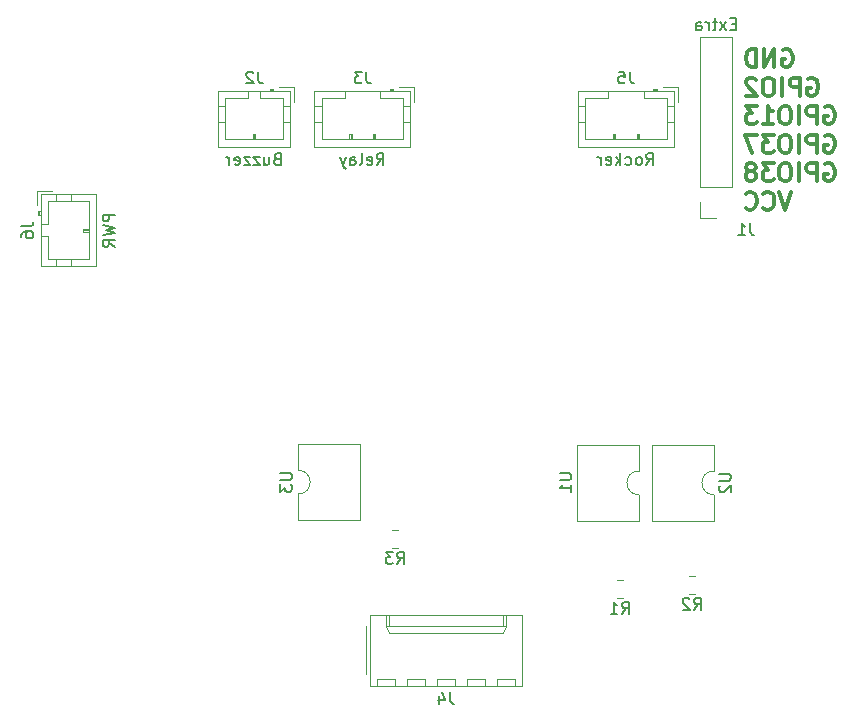
<source format=gbr>
%TF.GenerationSoftware,KiCad,Pcbnew,6.0.0-d3dd2cf0fa~116~ubuntu21.04.1*%
%TF.CreationDate,2022-01-04T14:06:44-05:00*%
%TF.ProjectId,control_pcb,636f6e74-726f-46c5-9f70-63622e6b6963,rev?*%
%TF.SameCoordinates,Original*%
%TF.FileFunction,Legend,Bot*%
%TF.FilePolarity,Positive*%
%FSLAX46Y46*%
G04 Gerber Fmt 4.6, Leading zero omitted, Abs format (unit mm)*
G04 Created by KiCad (PCBNEW 6.0.0-d3dd2cf0fa~116~ubuntu21.04.1) date 2022-01-04 14:06:44*
%MOMM*%
%LPD*%
G01*
G04 APERTURE LIST*
%ADD10C,0.300000*%
%ADD11C,0.150000*%
%ADD12C,0.120000*%
G04 APERTURE END LIST*
D10*
X167961571Y-85088500D02*
X168104428Y-85017071D01*
X168318714Y-85017071D01*
X168533000Y-85088500D01*
X168675857Y-85231357D01*
X168747285Y-85374214D01*
X168818714Y-85659928D01*
X168818714Y-85874214D01*
X168747285Y-86159928D01*
X168675857Y-86302785D01*
X168533000Y-86445642D01*
X168318714Y-86517071D01*
X168175857Y-86517071D01*
X167961571Y-86445642D01*
X167890142Y-86374214D01*
X167890142Y-85874214D01*
X168175857Y-85874214D01*
X167247285Y-86517071D02*
X167247285Y-85017071D01*
X166390142Y-86517071D01*
X166390142Y-85017071D01*
X165675857Y-86517071D02*
X165675857Y-85017071D01*
X165318714Y-85017071D01*
X165104428Y-85088500D01*
X164961571Y-85231357D01*
X164890142Y-85374214D01*
X164818714Y-85659928D01*
X164818714Y-85874214D01*
X164890142Y-86159928D01*
X164961571Y-86302785D01*
X165104428Y-86445642D01*
X165318714Y-86517071D01*
X165675857Y-86517071D01*
X170104428Y-87503500D02*
X170247285Y-87432071D01*
X170461571Y-87432071D01*
X170675857Y-87503500D01*
X170818714Y-87646357D01*
X170890142Y-87789214D01*
X170961571Y-88074928D01*
X170961571Y-88289214D01*
X170890142Y-88574928D01*
X170818714Y-88717785D01*
X170675857Y-88860642D01*
X170461571Y-88932071D01*
X170318714Y-88932071D01*
X170104428Y-88860642D01*
X170033000Y-88789214D01*
X170033000Y-88289214D01*
X170318714Y-88289214D01*
X169390142Y-88932071D02*
X169390142Y-87432071D01*
X168818714Y-87432071D01*
X168675857Y-87503500D01*
X168604428Y-87574928D01*
X168533000Y-87717785D01*
X168533000Y-87932071D01*
X168604428Y-88074928D01*
X168675857Y-88146357D01*
X168818714Y-88217785D01*
X169390142Y-88217785D01*
X167890142Y-88932071D02*
X167890142Y-87432071D01*
X166890142Y-87432071D02*
X166604428Y-87432071D01*
X166461571Y-87503500D01*
X166318714Y-87646357D01*
X166247285Y-87932071D01*
X166247285Y-88432071D01*
X166318714Y-88717785D01*
X166461571Y-88860642D01*
X166604428Y-88932071D01*
X166890142Y-88932071D01*
X167033000Y-88860642D01*
X167175857Y-88717785D01*
X167247285Y-88432071D01*
X167247285Y-87932071D01*
X167175857Y-87646357D01*
X167033000Y-87503500D01*
X166890142Y-87432071D01*
X165675857Y-87574928D02*
X165604428Y-87503500D01*
X165461571Y-87432071D01*
X165104428Y-87432071D01*
X164961571Y-87503500D01*
X164890142Y-87574928D01*
X164818714Y-87717785D01*
X164818714Y-87860642D01*
X164890142Y-88074928D01*
X165747285Y-88932071D01*
X164818714Y-88932071D01*
X171533000Y-89918500D02*
X171675857Y-89847071D01*
X171890142Y-89847071D01*
X172104428Y-89918500D01*
X172247285Y-90061357D01*
X172318714Y-90204214D01*
X172390142Y-90489928D01*
X172390142Y-90704214D01*
X172318714Y-90989928D01*
X172247285Y-91132785D01*
X172104428Y-91275642D01*
X171890142Y-91347071D01*
X171747285Y-91347071D01*
X171533000Y-91275642D01*
X171461571Y-91204214D01*
X171461571Y-90704214D01*
X171747285Y-90704214D01*
X170818714Y-91347071D02*
X170818714Y-89847071D01*
X170247285Y-89847071D01*
X170104428Y-89918500D01*
X170033000Y-89989928D01*
X169961571Y-90132785D01*
X169961571Y-90347071D01*
X170033000Y-90489928D01*
X170104428Y-90561357D01*
X170247285Y-90632785D01*
X170818714Y-90632785D01*
X169318714Y-91347071D02*
X169318714Y-89847071D01*
X168318714Y-89847071D02*
X168033000Y-89847071D01*
X167890142Y-89918500D01*
X167747285Y-90061357D01*
X167675857Y-90347071D01*
X167675857Y-90847071D01*
X167747285Y-91132785D01*
X167890142Y-91275642D01*
X168033000Y-91347071D01*
X168318714Y-91347071D01*
X168461571Y-91275642D01*
X168604428Y-91132785D01*
X168675857Y-90847071D01*
X168675857Y-90347071D01*
X168604428Y-90061357D01*
X168461571Y-89918500D01*
X168318714Y-89847071D01*
X166247285Y-91347071D02*
X167104428Y-91347071D01*
X166675857Y-91347071D02*
X166675857Y-89847071D01*
X166818714Y-90061357D01*
X166961571Y-90204214D01*
X167104428Y-90275642D01*
X165747285Y-89847071D02*
X164818714Y-89847071D01*
X165318714Y-90418500D01*
X165104428Y-90418500D01*
X164961571Y-90489928D01*
X164890142Y-90561357D01*
X164818714Y-90704214D01*
X164818714Y-91061357D01*
X164890142Y-91204214D01*
X164961571Y-91275642D01*
X165104428Y-91347071D01*
X165533000Y-91347071D01*
X165675857Y-91275642D01*
X165747285Y-91204214D01*
X171533000Y-92333500D02*
X171675857Y-92262071D01*
X171890142Y-92262071D01*
X172104428Y-92333500D01*
X172247285Y-92476357D01*
X172318714Y-92619214D01*
X172390142Y-92904928D01*
X172390142Y-93119214D01*
X172318714Y-93404928D01*
X172247285Y-93547785D01*
X172104428Y-93690642D01*
X171890142Y-93762071D01*
X171747285Y-93762071D01*
X171533000Y-93690642D01*
X171461571Y-93619214D01*
X171461571Y-93119214D01*
X171747285Y-93119214D01*
X170818714Y-93762071D02*
X170818714Y-92262071D01*
X170247285Y-92262071D01*
X170104428Y-92333500D01*
X170033000Y-92404928D01*
X169961571Y-92547785D01*
X169961571Y-92762071D01*
X170033000Y-92904928D01*
X170104428Y-92976357D01*
X170247285Y-93047785D01*
X170818714Y-93047785D01*
X169318714Y-93762071D02*
X169318714Y-92262071D01*
X168318714Y-92262071D02*
X168033000Y-92262071D01*
X167890142Y-92333500D01*
X167747285Y-92476357D01*
X167675857Y-92762071D01*
X167675857Y-93262071D01*
X167747285Y-93547785D01*
X167890142Y-93690642D01*
X168033000Y-93762071D01*
X168318714Y-93762071D01*
X168461571Y-93690642D01*
X168604428Y-93547785D01*
X168675857Y-93262071D01*
X168675857Y-92762071D01*
X168604428Y-92476357D01*
X168461571Y-92333500D01*
X168318714Y-92262071D01*
X167175857Y-92262071D02*
X166247285Y-92262071D01*
X166747285Y-92833500D01*
X166533000Y-92833500D01*
X166390142Y-92904928D01*
X166318714Y-92976357D01*
X166247285Y-93119214D01*
X166247285Y-93476357D01*
X166318714Y-93619214D01*
X166390142Y-93690642D01*
X166533000Y-93762071D01*
X166961571Y-93762071D01*
X167104428Y-93690642D01*
X167175857Y-93619214D01*
X165747285Y-92262071D02*
X164747285Y-92262071D01*
X165390142Y-93762071D01*
X171533000Y-94748500D02*
X171675857Y-94677071D01*
X171890142Y-94677071D01*
X172104428Y-94748500D01*
X172247285Y-94891357D01*
X172318714Y-95034214D01*
X172390142Y-95319928D01*
X172390142Y-95534214D01*
X172318714Y-95819928D01*
X172247285Y-95962785D01*
X172104428Y-96105642D01*
X171890142Y-96177071D01*
X171747285Y-96177071D01*
X171533000Y-96105642D01*
X171461571Y-96034214D01*
X171461571Y-95534214D01*
X171747285Y-95534214D01*
X170818714Y-96177071D02*
X170818714Y-94677071D01*
X170247285Y-94677071D01*
X170104428Y-94748500D01*
X170033000Y-94819928D01*
X169961571Y-94962785D01*
X169961571Y-95177071D01*
X170033000Y-95319928D01*
X170104428Y-95391357D01*
X170247285Y-95462785D01*
X170818714Y-95462785D01*
X169318714Y-96177071D02*
X169318714Y-94677071D01*
X168318714Y-94677071D02*
X168033000Y-94677071D01*
X167890142Y-94748500D01*
X167747285Y-94891357D01*
X167675857Y-95177071D01*
X167675857Y-95677071D01*
X167747285Y-95962785D01*
X167890142Y-96105642D01*
X168033000Y-96177071D01*
X168318714Y-96177071D01*
X168461571Y-96105642D01*
X168604428Y-95962785D01*
X168675857Y-95677071D01*
X168675857Y-95177071D01*
X168604428Y-94891357D01*
X168461571Y-94748500D01*
X168318714Y-94677071D01*
X167175857Y-94677071D02*
X166247285Y-94677071D01*
X166747285Y-95248500D01*
X166533000Y-95248500D01*
X166390142Y-95319928D01*
X166318714Y-95391357D01*
X166247285Y-95534214D01*
X166247285Y-95891357D01*
X166318714Y-96034214D01*
X166390142Y-96105642D01*
X166533000Y-96177071D01*
X166961571Y-96177071D01*
X167104428Y-96105642D01*
X167175857Y-96034214D01*
X165390142Y-95319928D02*
X165533000Y-95248500D01*
X165604428Y-95177071D01*
X165675857Y-95034214D01*
X165675857Y-94962785D01*
X165604428Y-94819928D01*
X165533000Y-94748500D01*
X165390142Y-94677071D01*
X165104428Y-94677071D01*
X164961571Y-94748500D01*
X164890142Y-94819928D01*
X164818714Y-94962785D01*
X164818714Y-95034214D01*
X164890142Y-95177071D01*
X164961571Y-95248500D01*
X165104428Y-95319928D01*
X165390142Y-95319928D01*
X165533000Y-95391357D01*
X165604428Y-95462785D01*
X165675857Y-95605642D01*
X165675857Y-95891357D01*
X165604428Y-96034214D01*
X165533000Y-96105642D01*
X165390142Y-96177071D01*
X165104428Y-96177071D01*
X164961571Y-96105642D01*
X164890142Y-96034214D01*
X164818714Y-95891357D01*
X164818714Y-95605642D01*
X164890142Y-95462785D01*
X164961571Y-95391357D01*
X165104428Y-95319928D01*
X168675857Y-97092071D02*
X168175857Y-98592071D01*
X167675857Y-97092071D01*
X166318714Y-98449214D02*
X166390142Y-98520642D01*
X166604428Y-98592071D01*
X166747285Y-98592071D01*
X166961571Y-98520642D01*
X167104428Y-98377785D01*
X167175857Y-98234928D01*
X167247285Y-97949214D01*
X167247285Y-97734928D01*
X167175857Y-97449214D01*
X167104428Y-97306357D01*
X166961571Y-97163500D01*
X166747285Y-97092071D01*
X166604428Y-97092071D01*
X166390142Y-97163500D01*
X166318714Y-97234928D01*
X164818714Y-98449214D02*
X164890142Y-98520642D01*
X165104428Y-98592071D01*
X165247285Y-98592071D01*
X165461571Y-98520642D01*
X165604428Y-98377785D01*
X165675857Y-98234928D01*
X165747285Y-97949214D01*
X165747285Y-97734928D01*
X165675857Y-97449214D01*
X165604428Y-97306357D01*
X165461571Y-97163500D01*
X165247285Y-97092071D01*
X165104428Y-97092071D01*
X164890142Y-97163500D01*
X164818714Y-97234928D01*
D11*
%TO.C,U3*%
X125392380Y-120904095D02*
X126201904Y-120904095D01*
X126297142Y-120951714D01*
X126344761Y-120999333D01*
X126392380Y-121094571D01*
X126392380Y-121285047D01*
X126344761Y-121380285D01*
X126297142Y-121427904D01*
X126201904Y-121475523D01*
X125392380Y-121475523D01*
X125392380Y-121856476D02*
X125392380Y-122475523D01*
X125773333Y-122142190D01*
X125773333Y-122285047D01*
X125820952Y-122380285D01*
X125868571Y-122427904D01*
X125963809Y-122475523D01*
X126201904Y-122475523D01*
X126297142Y-122427904D01*
X126344761Y-122380285D01*
X126392380Y-122285047D01*
X126392380Y-121999333D01*
X126344761Y-121904095D01*
X126297142Y-121856476D01*
%TO.C,U2*%
X162564380Y-120965095D02*
X163373904Y-120965095D01*
X163469142Y-121012714D01*
X163516761Y-121060333D01*
X163564380Y-121155571D01*
X163564380Y-121346047D01*
X163516761Y-121441285D01*
X163469142Y-121488904D01*
X163373904Y-121536523D01*
X162564380Y-121536523D01*
X162659619Y-121965095D02*
X162612000Y-122012714D01*
X162564380Y-122107952D01*
X162564380Y-122346047D01*
X162612000Y-122441285D01*
X162659619Y-122488904D01*
X162754857Y-122536523D01*
X162850095Y-122536523D01*
X162992952Y-122488904D01*
X163564380Y-121917476D01*
X163564380Y-122536523D01*
%TO.C,U1*%
X149058380Y-120904095D02*
X149867904Y-120904095D01*
X149963142Y-120951714D01*
X150010761Y-120999333D01*
X150058380Y-121094571D01*
X150058380Y-121285047D01*
X150010761Y-121380285D01*
X149963142Y-121427904D01*
X149867904Y-121475523D01*
X149058380Y-121475523D01*
X150058380Y-122475523D02*
X150058380Y-121904095D01*
X150058380Y-122189809D02*
X149058380Y-122189809D01*
X149201238Y-122094571D01*
X149296476Y-121999333D01*
X149344095Y-121904095D01*
%TO.C,R3*%
X135294666Y-128594380D02*
X135628000Y-128118190D01*
X135866095Y-128594380D02*
X135866095Y-127594380D01*
X135485142Y-127594380D01*
X135389904Y-127642000D01*
X135342285Y-127689619D01*
X135294666Y-127784857D01*
X135294666Y-127927714D01*
X135342285Y-128022952D01*
X135389904Y-128070571D01*
X135485142Y-128118190D01*
X135866095Y-128118190D01*
X134961333Y-127594380D02*
X134342285Y-127594380D01*
X134675619Y-127975333D01*
X134532761Y-127975333D01*
X134437523Y-128022952D01*
X134389904Y-128070571D01*
X134342285Y-128165809D01*
X134342285Y-128403904D01*
X134389904Y-128499142D01*
X134437523Y-128546761D01*
X134532761Y-128594380D01*
X134818476Y-128594380D01*
X134913714Y-128546761D01*
X134961333Y-128499142D01*
%TO.C,R2*%
X160440666Y-132465380D02*
X160774000Y-131989190D01*
X161012095Y-132465380D02*
X161012095Y-131465380D01*
X160631142Y-131465380D01*
X160535904Y-131513000D01*
X160488285Y-131560619D01*
X160440666Y-131655857D01*
X160440666Y-131798714D01*
X160488285Y-131893952D01*
X160535904Y-131941571D01*
X160631142Y-131989190D01*
X161012095Y-131989190D01*
X160059714Y-131560619D02*
X160012095Y-131513000D01*
X159916857Y-131465380D01*
X159678761Y-131465380D01*
X159583523Y-131513000D01*
X159535904Y-131560619D01*
X159488285Y-131655857D01*
X159488285Y-131751095D01*
X159535904Y-131893952D01*
X160107333Y-132465380D01*
X159488285Y-132465380D01*
%TO.C,R1*%
X154344666Y-132822880D02*
X154678000Y-132346690D01*
X154916095Y-132822880D02*
X154916095Y-131822880D01*
X154535142Y-131822880D01*
X154439904Y-131870500D01*
X154392285Y-131918119D01*
X154344666Y-132013357D01*
X154344666Y-132156214D01*
X154392285Y-132251452D01*
X154439904Y-132299071D01*
X154535142Y-132346690D01*
X154916095Y-132346690D01*
X153392285Y-132822880D02*
X153963714Y-132822880D01*
X153678000Y-132822880D02*
X153678000Y-131822880D01*
X153773238Y-131965738D01*
X153868476Y-132060976D01*
X153963714Y-132108595D01*
%TO.C,J4*%
X139779333Y-139442380D02*
X139779333Y-140156666D01*
X139826952Y-140299523D01*
X139922190Y-140394761D01*
X140065047Y-140442380D01*
X140160285Y-140442380D01*
X138874571Y-139775714D02*
X138874571Y-140442380D01*
X139112666Y-139394761D02*
X139350761Y-140109047D01*
X138731714Y-140109047D01*
%TO.C,J3*%
X132699333Y-86904380D02*
X132699333Y-87618666D01*
X132746952Y-87761523D01*
X132842190Y-87856761D01*
X132985047Y-87904380D01*
X133080285Y-87904380D01*
X132318380Y-86904380D02*
X131699333Y-86904380D01*
X132032666Y-87285333D01*
X131889809Y-87285333D01*
X131794571Y-87332952D01*
X131746952Y-87380571D01*
X131699333Y-87475809D01*
X131699333Y-87713904D01*
X131746952Y-87809142D01*
X131794571Y-87856761D01*
X131889809Y-87904380D01*
X132175523Y-87904380D01*
X132270761Y-87856761D01*
X132318380Y-87809142D01*
X133580285Y-94804380D02*
X133913619Y-94328190D01*
X134151714Y-94804380D02*
X134151714Y-93804380D01*
X133770761Y-93804380D01*
X133675523Y-93852000D01*
X133627904Y-93899619D01*
X133580285Y-93994857D01*
X133580285Y-94137714D01*
X133627904Y-94232952D01*
X133675523Y-94280571D01*
X133770761Y-94328190D01*
X134151714Y-94328190D01*
X132770761Y-94756761D02*
X132866000Y-94804380D01*
X133056476Y-94804380D01*
X133151714Y-94756761D01*
X133199333Y-94661523D01*
X133199333Y-94280571D01*
X133151714Y-94185333D01*
X133056476Y-94137714D01*
X132866000Y-94137714D01*
X132770761Y-94185333D01*
X132723142Y-94280571D01*
X132723142Y-94375809D01*
X133199333Y-94471047D01*
X132151714Y-94804380D02*
X132246952Y-94756761D01*
X132294571Y-94661523D01*
X132294571Y-93804380D01*
X131342190Y-94804380D02*
X131342190Y-94280571D01*
X131389809Y-94185333D01*
X131485047Y-94137714D01*
X131675523Y-94137714D01*
X131770761Y-94185333D01*
X131342190Y-94756761D02*
X131437428Y-94804380D01*
X131675523Y-94804380D01*
X131770761Y-94756761D01*
X131818380Y-94661523D01*
X131818380Y-94566285D01*
X131770761Y-94471047D01*
X131675523Y-94423428D01*
X131437428Y-94423428D01*
X131342190Y-94375809D01*
X130961238Y-94137714D02*
X130723142Y-94804380D01*
X130485047Y-94137714D02*
X130723142Y-94804380D01*
X130818380Y-95042476D01*
X130866000Y-95090095D01*
X130961238Y-95137714D01*
%TO.C,J5*%
X155019333Y-86904380D02*
X155019333Y-87618666D01*
X155066952Y-87761523D01*
X155162190Y-87856761D01*
X155305047Y-87904380D01*
X155400285Y-87904380D01*
X154066952Y-86904380D02*
X154543142Y-86904380D01*
X154590761Y-87380571D01*
X154543142Y-87332952D01*
X154447904Y-87285333D01*
X154209809Y-87285333D01*
X154114571Y-87332952D01*
X154066952Y-87380571D01*
X154019333Y-87475809D01*
X154019333Y-87713904D01*
X154066952Y-87809142D01*
X154114571Y-87856761D01*
X154209809Y-87904380D01*
X154447904Y-87904380D01*
X154543142Y-87856761D01*
X154590761Y-87809142D01*
X156400285Y-94804380D02*
X156733619Y-94328190D01*
X156971714Y-94804380D02*
X156971714Y-93804380D01*
X156590761Y-93804380D01*
X156495523Y-93852000D01*
X156447904Y-93899619D01*
X156400285Y-93994857D01*
X156400285Y-94137714D01*
X156447904Y-94232952D01*
X156495523Y-94280571D01*
X156590761Y-94328190D01*
X156971714Y-94328190D01*
X155828857Y-94804380D02*
X155924095Y-94756761D01*
X155971714Y-94709142D01*
X156019333Y-94613904D01*
X156019333Y-94328190D01*
X155971714Y-94232952D01*
X155924095Y-94185333D01*
X155828857Y-94137714D01*
X155686000Y-94137714D01*
X155590761Y-94185333D01*
X155543142Y-94232952D01*
X155495523Y-94328190D01*
X155495523Y-94613904D01*
X155543142Y-94709142D01*
X155590761Y-94756761D01*
X155686000Y-94804380D01*
X155828857Y-94804380D01*
X154638380Y-94756761D02*
X154733619Y-94804380D01*
X154924095Y-94804380D01*
X155019333Y-94756761D01*
X155066952Y-94709142D01*
X155114571Y-94613904D01*
X155114571Y-94328190D01*
X155066952Y-94232952D01*
X155019333Y-94185333D01*
X154924095Y-94137714D01*
X154733619Y-94137714D01*
X154638380Y-94185333D01*
X154209809Y-94804380D02*
X154209809Y-93804380D01*
X154114571Y-94423428D02*
X153828857Y-94804380D01*
X153828857Y-94137714D02*
X154209809Y-94518666D01*
X153019333Y-94756761D02*
X153114571Y-94804380D01*
X153305047Y-94804380D01*
X153400285Y-94756761D01*
X153447904Y-94661523D01*
X153447904Y-94280571D01*
X153400285Y-94185333D01*
X153305047Y-94137714D01*
X153114571Y-94137714D01*
X153019333Y-94185333D01*
X152971714Y-94280571D01*
X152971714Y-94375809D01*
X153447904Y-94471047D01*
X152543142Y-94804380D02*
X152543142Y-94137714D01*
X152543142Y-94328190D02*
X152495523Y-94232952D01*
X152447904Y-94185333D01*
X152352666Y-94137714D01*
X152257428Y-94137714D01*
%TO.C,J6*%
X103486380Y-100012666D02*
X104200666Y-100012666D01*
X104343523Y-99965047D01*
X104438761Y-99869809D01*
X104486380Y-99726952D01*
X104486380Y-99631714D01*
X103486380Y-100917428D02*
X103486380Y-100726952D01*
X103534000Y-100631714D01*
X103581619Y-100584095D01*
X103724476Y-100488857D01*
X103914952Y-100441238D01*
X104295904Y-100441238D01*
X104391142Y-100488857D01*
X104438761Y-100536476D01*
X104486380Y-100631714D01*
X104486380Y-100822190D01*
X104438761Y-100917428D01*
X104391142Y-100965047D01*
X104295904Y-101012666D01*
X104057809Y-101012666D01*
X103962571Y-100965047D01*
X103914952Y-100917428D01*
X103867333Y-100822190D01*
X103867333Y-100631714D01*
X103914952Y-100536476D01*
X103962571Y-100488857D01*
X104057809Y-100441238D01*
X111386380Y-99012666D02*
X110386380Y-99012666D01*
X110386380Y-99393619D01*
X110434000Y-99488857D01*
X110481619Y-99536476D01*
X110576857Y-99584095D01*
X110719714Y-99584095D01*
X110814952Y-99536476D01*
X110862571Y-99488857D01*
X110910190Y-99393619D01*
X110910190Y-99012666D01*
X110386380Y-99917428D02*
X111386380Y-100155523D01*
X110672095Y-100346000D01*
X111386380Y-100536476D01*
X110386380Y-100774571D01*
X111386380Y-101726952D02*
X110910190Y-101393619D01*
X111386380Y-101155523D02*
X110386380Y-101155523D01*
X110386380Y-101536476D01*
X110434000Y-101631714D01*
X110481619Y-101679333D01*
X110576857Y-101726952D01*
X110719714Y-101726952D01*
X110814952Y-101679333D01*
X110862571Y-101631714D01*
X110910190Y-101536476D01*
X110910190Y-101155523D01*
%TO.C,J2*%
X123539333Y-86904380D02*
X123539333Y-87618666D01*
X123586952Y-87761523D01*
X123682190Y-87856761D01*
X123825047Y-87904380D01*
X123920285Y-87904380D01*
X123110761Y-86999619D02*
X123063142Y-86952000D01*
X122967904Y-86904380D01*
X122729809Y-86904380D01*
X122634571Y-86952000D01*
X122586952Y-86999619D01*
X122539333Y-87094857D01*
X122539333Y-87190095D01*
X122586952Y-87332952D01*
X123158380Y-87904380D01*
X122539333Y-87904380D01*
X125134571Y-94280571D02*
X124991714Y-94328190D01*
X124944095Y-94375809D01*
X124896476Y-94471047D01*
X124896476Y-94613904D01*
X124944095Y-94709142D01*
X124991714Y-94756761D01*
X125086952Y-94804380D01*
X125467904Y-94804380D01*
X125467904Y-93804380D01*
X125134571Y-93804380D01*
X125039333Y-93852000D01*
X124991714Y-93899619D01*
X124944095Y-93994857D01*
X124944095Y-94090095D01*
X124991714Y-94185333D01*
X125039333Y-94232952D01*
X125134571Y-94280571D01*
X125467904Y-94280571D01*
X124039333Y-94137714D02*
X124039333Y-94804380D01*
X124467904Y-94137714D02*
X124467904Y-94661523D01*
X124420285Y-94756761D01*
X124325047Y-94804380D01*
X124182190Y-94804380D01*
X124086952Y-94756761D01*
X124039333Y-94709142D01*
X123658380Y-94137714D02*
X123134571Y-94137714D01*
X123658380Y-94804380D01*
X123134571Y-94804380D01*
X122848857Y-94137714D02*
X122325047Y-94137714D01*
X122848857Y-94804380D01*
X122325047Y-94804380D01*
X121563142Y-94756761D02*
X121658380Y-94804380D01*
X121848857Y-94804380D01*
X121944095Y-94756761D01*
X121991714Y-94661523D01*
X121991714Y-94280571D01*
X121944095Y-94185333D01*
X121848857Y-94137714D01*
X121658380Y-94137714D01*
X121563142Y-94185333D01*
X121515523Y-94280571D01*
X121515523Y-94375809D01*
X121991714Y-94471047D01*
X121086952Y-94804380D02*
X121086952Y-94137714D01*
X121086952Y-94328190D02*
X121039333Y-94232952D01*
X120991714Y-94185333D01*
X120896476Y-94137714D01*
X120801238Y-94137714D01*
%TO.C,J1*%
X165179333Y-99754380D02*
X165179333Y-100468666D01*
X165226952Y-100611523D01*
X165322190Y-100706761D01*
X165465047Y-100754380D01*
X165560285Y-100754380D01*
X164179333Y-100754380D02*
X164750761Y-100754380D01*
X164465047Y-100754380D02*
X164465047Y-99754380D01*
X164560285Y-99897238D01*
X164655523Y-99992476D01*
X164750761Y-100040095D01*
X163972666Y-82870571D02*
X163639333Y-82870571D01*
X163496476Y-83394380D02*
X163972666Y-83394380D01*
X163972666Y-82394380D01*
X163496476Y-82394380D01*
X163163142Y-83394380D02*
X162639333Y-82727714D01*
X163163142Y-82727714D02*
X162639333Y-83394380D01*
X162401238Y-82727714D02*
X162020285Y-82727714D01*
X162258380Y-82394380D02*
X162258380Y-83251523D01*
X162210761Y-83346761D01*
X162115523Y-83394380D01*
X162020285Y-83394380D01*
X161686952Y-83394380D02*
X161686952Y-82727714D01*
X161686952Y-82918190D02*
X161639333Y-82822952D01*
X161591714Y-82775333D01*
X161496476Y-82727714D01*
X161401238Y-82727714D01*
X160639333Y-83394380D02*
X160639333Y-82870571D01*
X160686952Y-82775333D01*
X160782190Y-82727714D01*
X160972666Y-82727714D01*
X161067904Y-82775333D01*
X160639333Y-83346761D02*
X160734571Y-83394380D01*
X160972666Y-83394380D01*
X161067904Y-83346761D01*
X161115523Y-83251523D01*
X161115523Y-83156285D01*
X161067904Y-83061047D01*
X160972666Y-83013428D01*
X160734571Y-83013428D01*
X160639333Y-82965809D01*
D12*
%TO.C,U3*%
X126940000Y-122666000D02*
G75*
G03*
X126940000Y-120666000I0J1000000D01*
G01*
X126940000Y-120666000D02*
X126940000Y-118431000D01*
X126940000Y-118431000D02*
X132140000Y-118431000D01*
X132140000Y-118431000D02*
X132140000Y-124901000D01*
X132140000Y-124901000D02*
X126940000Y-124901000D01*
X126940000Y-124901000D02*
X126940000Y-122666000D01*
%TO.C,U2*%
X162112000Y-120727000D02*
G75*
G03*
X162112000Y-122727000I0J-1000000D01*
G01*
X162112000Y-122727000D02*
X162112000Y-124962000D01*
X162112000Y-124962000D02*
X156912000Y-124962000D01*
X156912000Y-124962000D02*
X156912000Y-118492000D01*
X156912000Y-118492000D02*
X162112000Y-118492000D01*
X162112000Y-118492000D02*
X162112000Y-120727000D01*
%TO.C,U1*%
X155762000Y-120727000D02*
G75*
G03*
X155762000Y-122727000I0J-1000000D01*
G01*
X155762000Y-122727000D02*
X155762000Y-124962000D01*
X155762000Y-124962000D02*
X150562000Y-124962000D01*
X150562000Y-124962000D02*
X150562000Y-118492000D01*
X150562000Y-118492000D02*
X155762000Y-118492000D01*
X155762000Y-118492000D02*
X155762000Y-120727000D01*
%TO.C,R3*%
X134900936Y-127227000D02*
X135355064Y-127227000D01*
X134900936Y-125757000D02*
X135355064Y-125757000D01*
%TO.C,R2*%
X160046936Y-131098000D02*
X160501064Y-131098000D01*
X160046936Y-129628000D02*
X160501064Y-129628000D01*
%TO.C,R1*%
X153950936Y-131455500D02*
X154405064Y-131455500D01*
X153950936Y-129985500D02*
X154405064Y-129985500D01*
%TO.C,J4*%
X132986000Y-138900000D02*
X132986000Y-132880000D01*
X132986000Y-132880000D02*
X145906000Y-132880000D01*
X145906000Y-132880000D02*
X145906000Y-138900000D01*
X145906000Y-138900000D02*
X132986000Y-138900000D01*
X132696000Y-137870000D02*
X132696000Y-133870000D01*
X134366000Y-132880000D02*
X134366000Y-133880000D01*
X134366000Y-133880000D02*
X144526000Y-133880000D01*
X144526000Y-133880000D02*
X144526000Y-132880000D01*
X134366000Y-133880000D02*
X134616000Y-134410000D01*
X134616000Y-134410000D02*
X144276000Y-134410000D01*
X144276000Y-134410000D02*
X144526000Y-133880000D01*
X134616000Y-132880000D02*
X134616000Y-133880000D01*
X144276000Y-132880000D02*
X144276000Y-133880000D01*
X133566000Y-138900000D02*
X133566000Y-138300000D01*
X133566000Y-138300000D02*
X135166000Y-138300000D01*
X135166000Y-138300000D02*
X135166000Y-138900000D01*
X136106000Y-138900000D02*
X136106000Y-138300000D01*
X136106000Y-138300000D02*
X137706000Y-138300000D01*
X137706000Y-138300000D02*
X137706000Y-138900000D01*
X138646000Y-138900000D02*
X138646000Y-138300000D01*
X138646000Y-138300000D02*
X140246000Y-138300000D01*
X140246000Y-138300000D02*
X140246000Y-138900000D01*
X141186000Y-138900000D02*
X141186000Y-138300000D01*
X141186000Y-138300000D02*
X142786000Y-138300000D01*
X142786000Y-138300000D02*
X142786000Y-138900000D01*
X143726000Y-138900000D02*
X143726000Y-138300000D01*
X143726000Y-138300000D02*
X145326000Y-138300000D01*
X145326000Y-138300000D02*
X145326000Y-138900000D01*
%TO.C,J3*%
X128306000Y-91152000D02*
X128916000Y-91152000D01*
X128916000Y-89152000D02*
X130866000Y-89152000D01*
X136426000Y-88542000D02*
X136426000Y-93262000D01*
X134666000Y-88442000D02*
X134966000Y-88442000D01*
X135816000Y-92652000D02*
X128916000Y-92652000D01*
X134966000Y-88342000D02*
X134966000Y-88542000D01*
X136426000Y-89852000D02*
X135816000Y-89852000D01*
X135816000Y-89152000D02*
X135816000Y-92652000D01*
X133266000Y-92152000D02*
X133266000Y-92652000D01*
X133866000Y-89152000D02*
X135816000Y-89152000D01*
X128306000Y-89852000D02*
X128916000Y-89852000D01*
X133466000Y-92152000D02*
X133266000Y-92152000D01*
X133466000Y-92652000D02*
X133466000Y-92152000D01*
X130866000Y-89152000D02*
X130866000Y-88542000D01*
X128306000Y-88542000D02*
X136426000Y-88542000D01*
X131366000Y-92652000D02*
X131366000Y-92152000D01*
X136426000Y-91152000D02*
X135816000Y-91152000D01*
X134666000Y-88342000D02*
X134966000Y-88342000D01*
X131466000Y-92152000D02*
X131266000Y-92152000D01*
X136426000Y-93262000D02*
X128306000Y-93262000D01*
X128306000Y-93262000D02*
X128306000Y-88542000D01*
X134666000Y-88542000D02*
X134666000Y-88342000D01*
X131466000Y-92652000D02*
X131466000Y-92152000D01*
X131266000Y-92152000D02*
X131266000Y-92652000D01*
X128916000Y-92652000D02*
X128916000Y-89152000D01*
X133866000Y-88542000D02*
X133866000Y-89152000D01*
X133366000Y-92652000D02*
X133366000Y-92152000D01*
X136726000Y-88242000D02*
X136726000Y-89492000D01*
X135476000Y-88242000D02*
X136726000Y-88242000D01*
%TO.C,J5*%
X150626000Y-89852000D02*
X151236000Y-89852000D01*
X155686000Y-92652000D02*
X155686000Y-92152000D01*
X159046000Y-88242000D02*
X159046000Y-89492000D01*
X150626000Y-93262000D02*
X150626000Y-88542000D01*
X151236000Y-89152000D02*
X153186000Y-89152000D01*
X150626000Y-88542000D02*
X158746000Y-88542000D01*
X153786000Y-92152000D02*
X153586000Y-92152000D01*
X156186000Y-88542000D02*
X156186000Y-89152000D01*
X158746000Y-89852000D02*
X158136000Y-89852000D01*
X157286000Y-88342000D02*
X157286000Y-88542000D01*
X158746000Y-93262000D02*
X150626000Y-93262000D01*
X158746000Y-91152000D02*
X158136000Y-91152000D01*
X156986000Y-88442000D02*
X157286000Y-88442000D01*
X151236000Y-92652000D02*
X151236000Y-89152000D01*
X156986000Y-88542000D02*
X156986000Y-88342000D01*
X158746000Y-88542000D02*
X158746000Y-93262000D01*
X153186000Y-89152000D02*
X153186000Y-88542000D01*
X157796000Y-88242000D02*
X159046000Y-88242000D01*
X155786000Y-92652000D02*
X155786000Y-92152000D01*
X158136000Y-89152000D02*
X158136000Y-92652000D01*
X153586000Y-92152000D02*
X153586000Y-92652000D01*
X156986000Y-88342000D02*
X157286000Y-88342000D01*
X155786000Y-92152000D02*
X155586000Y-92152000D01*
X155586000Y-92152000D02*
X155586000Y-92652000D01*
X153786000Y-92652000D02*
X153786000Y-92152000D01*
X156186000Y-89152000D02*
X158136000Y-89152000D01*
X150626000Y-91152000D02*
X151236000Y-91152000D01*
X153686000Y-92652000D02*
X153686000Y-92152000D01*
X158136000Y-92652000D02*
X151236000Y-92652000D01*
%TO.C,J6*%
X109234000Y-102796000D02*
X105734000Y-102796000D01*
X108734000Y-100446000D02*
X109234000Y-100446000D01*
X107734000Y-97286000D02*
X107734000Y-97896000D01*
X105124000Y-103406000D02*
X105124000Y-97286000D01*
X109844000Y-103406000D02*
X105124000Y-103406000D01*
X106434000Y-97286000D02*
X106434000Y-97896000D01*
X105124000Y-99846000D02*
X105734000Y-99846000D01*
X109234000Y-97896000D02*
X109234000Y-102796000D01*
X108734000Y-100246000D02*
X108734000Y-100446000D01*
X105734000Y-100846000D02*
X105124000Y-100846000D01*
X105124000Y-97286000D02*
X109844000Y-97286000D01*
X105734000Y-99846000D02*
X105734000Y-97896000D01*
X104824000Y-98236000D02*
X104824000Y-96986000D01*
X104824000Y-96986000D02*
X106074000Y-96986000D01*
X106434000Y-103406000D02*
X106434000Y-102796000D01*
X105734000Y-97896000D02*
X109234000Y-97896000D01*
X105024000Y-99046000D02*
X105024000Y-98746000D01*
X109844000Y-97286000D02*
X109844000Y-103406000D01*
X109234000Y-100246000D02*
X108734000Y-100246000D01*
X107734000Y-103406000D02*
X107734000Y-102796000D01*
X109234000Y-100346000D02*
X108734000Y-100346000D01*
X105124000Y-99046000D02*
X104924000Y-99046000D01*
X104924000Y-99046000D02*
X104924000Y-98746000D01*
X105734000Y-102796000D02*
X105734000Y-100846000D01*
X104924000Y-98746000D02*
X105124000Y-98746000D01*
%TO.C,J2*%
X126266000Y-91152000D02*
X125656000Y-91152000D01*
X120756000Y-92652000D02*
X120756000Y-89152000D01*
X123306000Y-92652000D02*
X123306000Y-92152000D01*
X125316000Y-88242000D02*
X126566000Y-88242000D01*
X123106000Y-92152000D02*
X123106000Y-92652000D01*
X124806000Y-88342000D02*
X124806000Y-88542000D01*
X126266000Y-93262000D02*
X120146000Y-93262000D01*
X125656000Y-92652000D02*
X120756000Y-92652000D01*
X120146000Y-93262000D02*
X120146000Y-88542000D01*
X125656000Y-89152000D02*
X125656000Y-92652000D01*
X120146000Y-91152000D02*
X120756000Y-91152000D01*
X123306000Y-92152000D02*
X123106000Y-92152000D01*
X120146000Y-89852000D02*
X120756000Y-89852000D01*
X123206000Y-92652000D02*
X123206000Y-92152000D01*
X126266000Y-89852000D02*
X125656000Y-89852000D01*
X123706000Y-89152000D02*
X125656000Y-89152000D01*
X124506000Y-88542000D02*
X124506000Y-88342000D01*
X120146000Y-88542000D02*
X126266000Y-88542000D01*
X124506000Y-88442000D02*
X124806000Y-88442000D01*
X123706000Y-88542000D02*
X123706000Y-89152000D01*
X122706000Y-89152000D02*
X122706000Y-88542000D01*
X120756000Y-89152000D02*
X122706000Y-89152000D01*
X124506000Y-88342000D02*
X124806000Y-88342000D01*
X126266000Y-88542000D02*
X126266000Y-93262000D01*
X126566000Y-88242000D02*
X126566000Y-89492000D01*
%TO.C,J1*%
X160976000Y-96702000D02*
X160976000Y-83942000D01*
X160976000Y-83942000D02*
X163636000Y-83942000D01*
X160976000Y-96702000D02*
X163636000Y-96702000D01*
X160976000Y-99302000D02*
X162306000Y-99302000D01*
X160976000Y-97972000D02*
X160976000Y-99302000D01*
X163636000Y-96702000D02*
X163636000Y-83942000D01*
%TD*%
M02*

</source>
